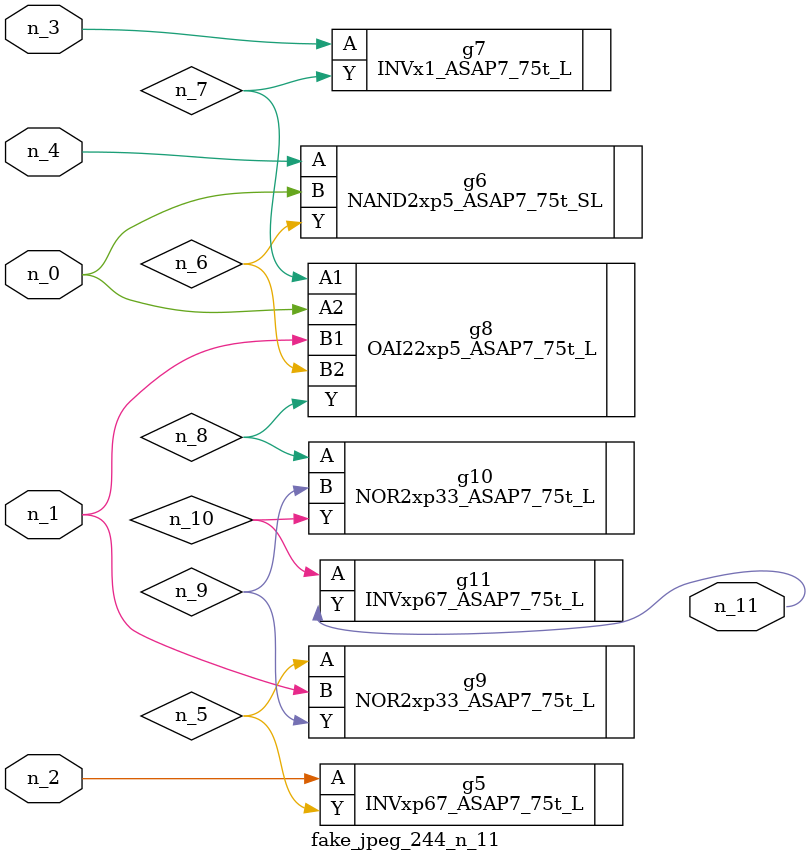
<source format=v>
module fake_jpeg_244_n_11 (n_3, n_2, n_1, n_0, n_4, n_11);

input n_3;
input n_2;
input n_1;
input n_0;
input n_4;

output n_11;

wire n_10;
wire n_8;
wire n_9;
wire n_6;
wire n_5;
wire n_7;

INVxp67_ASAP7_75t_L g5 ( 
.A(n_2),
.Y(n_5)
);

NAND2xp5_ASAP7_75t_SL g6 ( 
.A(n_4),
.B(n_0),
.Y(n_6)
);

INVx1_ASAP7_75t_L g7 ( 
.A(n_3),
.Y(n_7)
);

OAI22xp5_ASAP7_75t_L g8 ( 
.A1(n_7),
.A2(n_0),
.B1(n_1),
.B2(n_6),
.Y(n_8)
);

NOR2xp33_ASAP7_75t_L g10 ( 
.A(n_8),
.B(n_9),
.Y(n_10)
);

NOR2xp33_ASAP7_75t_L g9 ( 
.A(n_5),
.B(n_1),
.Y(n_9)
);

INVxp67_ASAP7_75t_L g11 ( 
.A(n_10),
.Y(n_11)
);


endmodule
</source>
